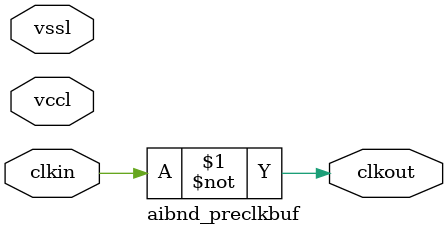
<source format=v>
module aibnd_preclkbuf(	// file.cleaned.mlir:2:3
  inout  vccl,	// file.cleaned.mlir:2:36
         vssl,	// file.cleaned.mlir:2:54
  input  clkin,	// file.cleaned.mlir:2:69
  output clkout	// file.cleaned.mlir:2:86
);

  assign clkout = ~clkin;	// file.cleaned.mlir:4:10, :5:5
endmodule


</source>
